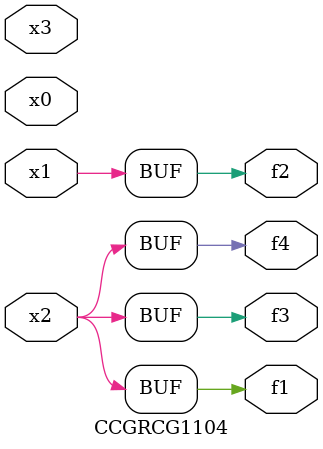
<source format=v>
module CCGRCG1104(
	input x0, x1, x2, x3,
	output f1, f2, f3, f4
);
	assign f1 = x2;
	assign f2 = x1;
	assign f3 = x2;
	assign f4 = x2;
endmodule

</source>
